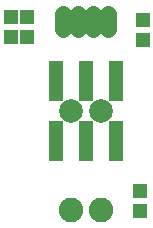
<source format=gbs>
G75*
%MOIN*%
%OFA0B0*%
%FSLAX25Y25*%
%IPPOS*%
%LPD*%
%AMOC8*
5,1,8,0,0,1.08239X$1,22.5*
%
%ADD10C,0.05800*%
%ADD11C,0.08200*%
%ADD12C,0.07887*%
%ADD13R,0.04737X0.13280*%
%ADD14R,0.04737X0.05131*%
D10*
X0025596Y0081777D02*
X0025596Y0086777D01*
X0030596Y0086777D02*
X0030596Y0081777D01*
X0035596Y0081777D02*
X0035596Y0086777D01*
X0040596Y0086777D02*
X0040596Y0081777D01*
D11*
X0038096Y0021285D03*
X0028096Y0021285D03*
D12*
X0028096Y0054285D03*
X0038096Y0054285D03*
D13*
X0023096Y0044285D03*
X0033096Y0044285D03*
X0043096Y0044285D03*
X0043096Y0064285D03*
X0033096Y0064285D03*
X0023096Y0064285D03*
D14*
X0013596Y0078939D03*
X0013596Y0085631D03*
X0008096Y0085631D03*
X0008096Y0078939D03*
X0051096Y0027631D03*
X0051096Y0020939D03*
X0052096Y0077939D03*
X0052096Y0084631D03*
M02*

</source>
